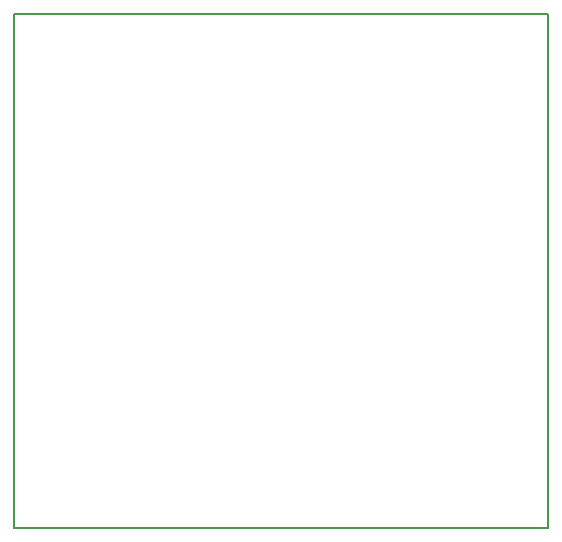
<source format=gm1>
G04 #@! TF.GenerationSoftware,KiCad,Pcbnew,(6.0.9)*
G04 #@! TF.CreationDate,2022-12-23T16:31:22+01:00*
G04 #@! TF.ProjectId,mainboard,6d61696e-626f-4617-9264-2e6b69636164,rev?*
G04 #@! TF.SameCoordinates,Original*
G04 #@! TF.FileFunction,Profile,NP*
%FSLAX46Y46*%
G04 Gerber Fmt 4.6, Leading zero omitted, Abs format (unit mm)*
G04 Created by KiCad (PCBNEW (6.0.9)) date 2022-12-23 16:31:22*
%MOMM*%
%LPD*%
G01*
G04 APERTURE LIST*
G04 #@! TA.AperFunction,Profile*
%ADD10C,0.150000*%
G04 #@! TD*
G04 APERTURE END LIST*
D10*
X108585000Y-24003000D02*
X153797000Y-24003000D01*
X153797000Y-24003000D02*
X153797000Y-67564000D01*
X153797000Y-67564000D02*
X108585000Y-67564000D01*
X108585000Y-67564000D02*
X108585000Y-24003000D01*
M02*

</source>
